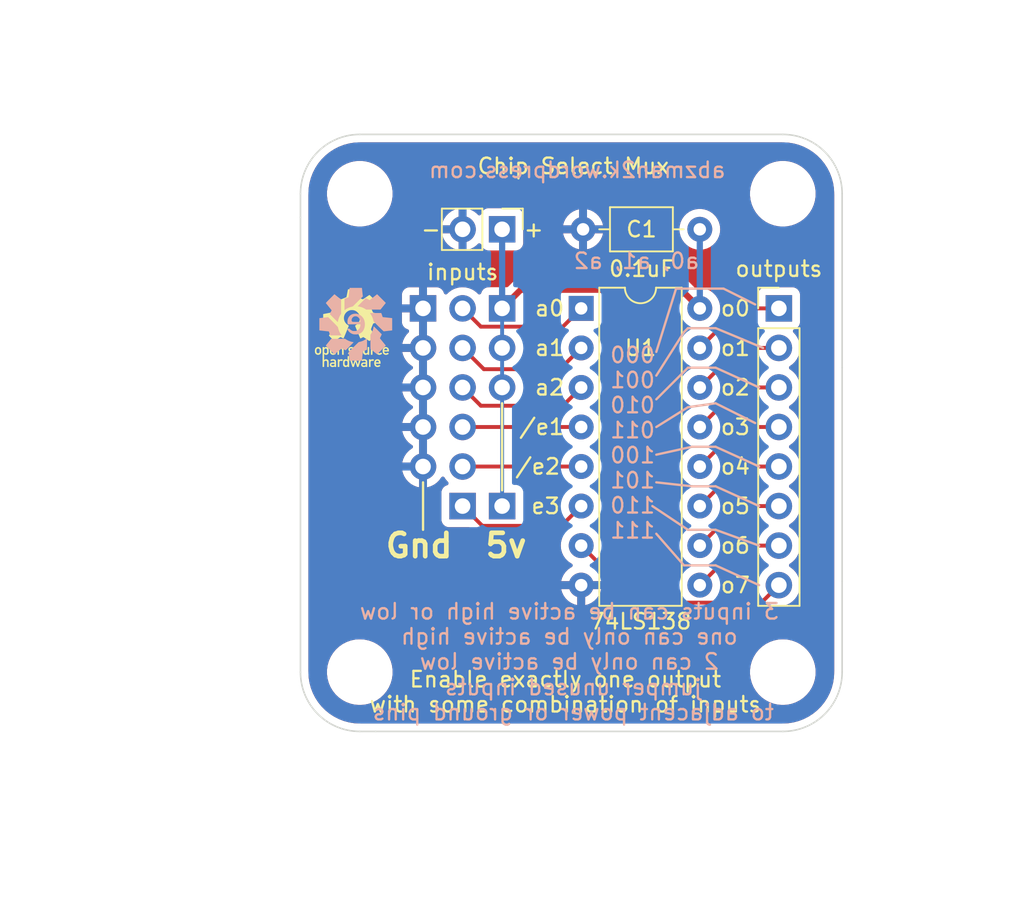
<source format=kicad_pcb>
(kicad_pcb (version 20211014) (generator pcbnew)
  (layers (0 "F.Cu" signal) (31 "B.Cu" signal) (34 "B.Paste" user) (35 "F.Paste" user) (36 "B.SilkS" user "B.Silkscreen") (37 "F.SilkS" user "F.Silkscreen") (38 "B.Mask" user) (39 "F.Mask" user) (44 "Edge.Cuts" user))
  (net 0 "")
  (net 1 "+5V")
  (net 2 "GND")
  (net 3 "Net-(J4-Pad1)")
  (net 4 "Net-(J4-Pad2)")
  (net 5 "Net-(J4-Pad3)")
  (net 6 "Net-(J4-Pad4)")
  (net 7 "Net-(J4-Pad5)")
  (net 8 "Net-(J4-Pad6)")
  (net 9 "Net-(J5-Pad1)")
  (net 10 "Net-(J5-Pad2)")
  (net 11 "Net-(J5-Pad3)")
  (net 12 "Net-(J5-Pad4)")
  (net 13 "Net-(J5-Pad5)")
  (net 14 "Net-(J5-Pad6)")
  (net 15 "Net-(J5-Pad7)")
  (net 16 "Net-(J5-Pad8)")
  (footprint "Connector_PinHeader_2.54mm:PinHeader_1x05_P2.54mm_Vertical" (layer "F.Cu") (at 127 81.28)
    (fp_text reference "J1" hide)
    (fp_text value "gnd bus")
    (pad "1" thru_hole rect (at 0 0) (size 1.7 1.7) (drill 1) (layers *.Cu *.Mask) (net 2 "GND"))
    (pad "2" thru_hole oval (at 0 2.54) (size 1.7 1.7) (drill 1) (layers *.Cu *.Mask) (net 2 "GND"))
    (pad "3" thru_hole oval (at 0 5.08) (size 1.7 1.7) (drill 1) (layers *.Cu *.Mask) (net 2 "GND"))
    (pad "4" thru_hole oval (at 0 7.62) (size 1.7 1.7) (drill 1) (layers *.Cu *.Mask) (net 2 "GND"))
    (pad "5" thru_hole oval (at 0 10.16) (size 1.7 1.7) (drill 1) (layers *.Cu *.Mask) (net 2 "GND"))
  )
  (footprint "Connector_PinHeader_2.54mm:PinHeader_1x03_P2.54mm_Vertical" (layer "F.Cu") (at 132.08 81.28)
    (fp_text reference "J2" hide)
    (fp_text value "5v bus 1")
    (pad "1" thru_hole rect (at 0 0) (size 1.7 1.7) (drill 1) (layers *.Cu *.Mask) (net 1 "+5V"))
    (pad "2" thru_hole oval (at 0 2.54) (size 1.7 1.7) (drill 1) (layers *.Cu *.Mask) (net 1 "+5V"))
    (pad "3" thru_hole oval (at 0 5.08) (size 1.7 1.7) (drill 1) (layers *.Cu *.Mask) (net 1 "+5V"))
  )
  (footprint "MountingHole:MountingHole_3.2mm_M3" (layer "F.Cu") (at 150.114 73.914)
    (fp_text reference "REF**" hide)
    (fp_text value "MountingHole_3.2mm_M3")
    (pad "" np_thru_hole circle locked (at 0 0) (size 3.2 3.2) (drill 3.2) (layers *.Cu *.Mask))
  )
  (footprint "Connector_PinHeader_2.54mm:PinHeader_1x06_P2.54mm_Vertical" (layer "F.Cu") (at 129.54 93.98 180)
    (fp_text reference "J4" hide)
    (fp_text value "inputs" (at 0 15.03) (layer "F.SilkS"))
    (pad "1" thru_hole rect (at 0 0 180) (size 1.7 1.7) (drill 1) (layers *.Cu *.Mask) (net 3 "Net-(J4-Pad1)"))
    (pad "2" thru_hole oval (at 0 2.54 180) (size 1.7 1.7) (drill 1) (layers *.Cu *.Mask) (net 4 "Net-(J4-Pad2)"))
    (pad "3" thru_hole oval (at 0 5.08 180) (size 1.7 1.7) (drill 1) (layers *.Cu *.Mask) (net 5 "Net-(J4-Pad3)"))
    (pad "4" thru_hole oval (at 0 7.62 180) (size 1.7 1.7) (drill 1) (layers *.Cu *.Mask) (net 6 "Net-(J4-Pad4)"))
    (pad "5" thru_hole oval (at 0 10.16 180) (size 1.7 1.7) (drill 1) (layers *.Cu *.Mask) (net 7 "Net-(J4-Pad5)"))
    (pad "6" thru_hole oval (at 0 12.7 180) (size 1.7 1.7) (drill 1) (layers *.Cu *.Mask) (net 8 "Net-(J4-Pad6)"))
  )
  (footprint "Evan's misc parts:OSHW gear" (layer "F.Cu") (at 122.428 82.55)
    (fp_text reference "G***" hide)
    (fp_text value "LOGO" hide)
  )
  (footprint "Connector_PinHeader_2.54mm:PinHeader_1x01_P2.54mm_Vertical" (layer "F.Cu") (at 132.08 93.98)
    (fp_text reference "J3" hide)
    (fp_text value "5v bus 2")
    (pad "1" thru_hole rect (at 0 0) (size 1.7 1.7) (drill 1) (layers *.Cu *.Mask) (net 1 "+5V"))
  )
  (footprint "Package_DIP:DIP-16_W7.62mm" (layer "F.Cu") (at 137.16 81.28)
    (fp_text reference "U1" (at 3.81 2.54) (layer "F.SilkS"))
    (fp_text value "74LS138" (at 3.81 20.11) (layer "F.SilkS"))
    (pad "1" thru_hole rect locked (at 0 0) (size 1.6 1.6) (drill 0.8) (layers *.Cu *.Mask) (net 8 "Net-(J4-Pad6)"))
    (pad "2" thru_hole oval locked (at 0 2.54) (size 1.6 1.6) (drill 0.8) (layers *.Cu *.Mask) (net 7 "Net-(J4-Pad5)"))
    (pad "3" thru_hole oval locked (at 0 5.08) (size 1.6 1.6) (drill 0.8) (layers *.Cu *.Mask) (net 6 "Net-(J4-Pad4)"))
    (pad "4" thru_hole oval locked (at 0 7.62) (size 1.6 1.6) (drill 0.8) (layers *.Cu *.Mask) (net 5 "Net-(J4-Pad3)"))
    (pad "5" thru_hole oval locked (at 0 10.16) (size 1.6 1.6) (drill 0.8) (layers *.Cu *.Mask) (net 4 "Net-(J4-Pad2)"))
    (pad "6" thru_hole oval locked (at 0 12.7) (size 1.6 1.6) (drill 0.8) (layers *.Cu *.Mask) (net 3 "Net-(J4-Pad1)"))
    (pad "7" thru_hole oval locked (at 0 15.24) (size 1.6 1.6) (drill 0.8) (layers *.Cu *.Mask) (net 16 "Net-(J5-Pad8)"))
    (pad "8" thru_hole oval locked (at 0 17.78) (size 1.6 1.6) (drill 0.8) (layers *.Cu *.Mask) (net 2 "GND"))
    (pad "9" thru_hole oval locked (at 7.62 17.78) (size 1.6 1.6) (drill 0.8) (layers *.Cu *.Mask) (net 15 "Net-(J5-Pad7)"))
    (pad "10" thru_hole oval locked (at 7.62 15.24) (size 1.6 1.6) (drill 0.8) (layers *.Cu *.Mask) (net 14 "Net-(J5-Pad6)"))
    (pad "11" thru_hole oval locked (at 7.62 12.7) (size 1.6 1.6) (drill 0.8) (layers *.Cu *.Mask) (net 13 "Net-(J5-Pad5)"))
    (pad "12" thru_hole oval locked (at 7.62 10.16) (size 1.6 1.6) (drill 0.8) (layers *.Cu *.Mask) (net 12 "Net-(J5-Pad4)"))
    (pad "13" thru_hole oval locked (at 7.62 7.62) (size 1.6 1.6) (drill 0.8) (layers *.Cu *.Mask) (net 11 "Net-(J5-Pad3)"))
    (pad "14" thru_hole oval locked (at 7.62 5.08) (size 1.6 1.6) (drill 0.8) (layers *.Cu *.Mask) (net 10 "Net-(J5-Pad2)"))
    (pad "15" thru_hole oval locked (at 7.62 2.54) (size 1.6 1.6) (drill 0.8) (layers *.Cu *.Mask) (net 9 "Net-(J5-Pad1)"))
    (pad "16" thru_hole oval locked (at 7.62 0) (size 1.6 1.6) (drill 0.8) (layers *.Cu *.Mask) (net 1 "+5V"))
  )
  (footprint "Capacitor_THT:C_Axial_L3.8mm_D2.6mm_P7.50mm_Horizontal" (layer "F.Cu") (at 144.78 76.2 180)
    (fp_text reference "C1" (at 3.75 0) (layer "F.SilkS"))
    (fp_text value "0.1uF" (at 3.75 -2.54) (layer "F.SilkS"))
    (pad "1" thru_hole circle locked (at 0 0 180) (size 1.6 1.6) (drill 0.8) (layers *.Cu *.Mask) (net 1 "+5V"))
    (pad "2" thru_hole oval locked (at 7.5 0 180) (size 1.6 1.6) (drill 0.8) (layers *.Cu *.Mask) (net 2 "GND"))
  )
  (footprint "MountingHole:MountingHole_3.2mm_M3" (layer "F.Cu") (at 122.936 73.914)
    (fp_text reference "REF**" hide)
    (fp_text value "MountingHole_3.2mm_M3")
    (pad "" np_thru_hole circle locked (at 0 0) (size 3.2 3.2) (drill 3.2) (layers *.Cu *.Mask))
  )
  (footprint "Connector_PinHeader_2.54mm:PinHeader_1x02_P2.54mm_Vertical" (layer "F.Cu") (at 132.08 76.2 -90)
    (fp_text reference "J6" hide)
    (fp_text value "power in")
    (pad "1" thru_hole rect locked (at 0 0 270) (size 1.7 1.7) (drill 1) (layers *.Cu *.Mask) (net 1 "+5V"))
    (pad "2" thru_hole oval locked (at 0 2.54 270) (size 1.7 1.7) (drill 1) (layers *.Cu *.Mask) (net 2 "GND"))
  )
  (footprint "Connector_PinHeader_2.54mm:PinHeader_1x08_P2.54mm_Vertical" (layer "F.Cu") (at 149.86 81.28)
    (fp_text reference "J5" hide)
    (fp_text value "outputs" (at 0 -2.54) (layer "F.SilkS"))
    (pad "1" thru_hole rect locked (at 0 0) (size 1.7 1.7) (drill 1) (layers *.Cu *.Mask) (net 9 "Net-(J5-Pad1)"))
    (pad "2" thru_hole oval locked (at 0 2.54) (size 1.7 1.7) (drill 1) (layers *.Cu *.Mask) (net 10 "Net-(J5-Pad2)"))
    (pad "3" thru_hole oval locked (at 0 5.08) (size 1.7 1.7) (drill 1) (layers *.Cu *.Mask) (net 11 "Net-(J5-Pad3)"))
    (pad "4" thru_hole oval locked (at 0 7.62) (size 1.7 1.7) (drill 1) (layers *.Cu *.Mask) (net 12 "Net-(J5-Pad4)"))
    (pad "5" thru_hole oval locked (at 0 10.16) (size 1.7 1.7) (drill 1) (layers *.Cu *.Mask) (net 13 "Net-(J5-Pad5)"))
    (pad "6" thru_hole oval locked (at 0 12.7) (size 1.7 1.7) (drill 1) (layers *.Cu *.Mask) (net 14 "Net-(J5-Pad6)"))
    (pad "7" thru_hole oval locked (at 0 15.24) (size 1.7 1.7) (drill 1) (layers *.Cu *.Mask) (net 15 "Net-(J5-Pad7)"))
    (pad "8" thru_hole oval locked (at 0 17.78) (size 1.7 1.7) (drill 1) (layers *.Cu *.Mask) (net 16 "Net-(J5-Pad8)"))
  )
  (footprint "MountingHole:MountingHole_3.2mm_M3" (layer "F.Cu") (at 122.936 104.648)
    (fp_text reference "REF**" hide)
    (fp_text value "MountingHole_3.2mm_M3")
    (pad "" np_thru_hole circle locked (at 0 0) (size 3.2 3.2) (drill 3.2) (layers *.Cu *.Mask))
  )
  (footprint "MountingHole:MountingHole_3.2mm_M3" (layer "F.Cu") (at 150.114 104.648)
    (fp_text reference "REF**" hide)
    (fp_text value "MountingHole_3.2mm_M3")
    (pad "" np_thru_hole circle locked (at 0 0) (size 3.2 3.2) (drill 3.2) (layers *.Cu *.Mask))
  )
  (footprint "Evan's misc parts:Evan Logo" (layer "B.Cu") (at 122.682 82.296 180)
    (fp_text reference "G***" hide)
    (fp_text value "LOGO" hide)
  )
  (gr_line (start 144.018 82.55) (end 145.796 82.55) (layer "B.SilkS") (width 0.15))
  (gr_line (start 141.986 92.456) (end 144.272 92.71) (layer "B.SilkS") (width 0.15))
  (gr_line (start 145.796 90.17) (end 148.59 91.44) (layer "B.SilkS") (width 0.15))
  (gr_line (start 143.256 80.01) (end 146.304 80.01) (layer "B.SilkS") (width 0.15))
  (gr_line (start 143.764 82.804) (end 144.018 82.55) (layer "B.SilkS") (width 0.15))
  (gr_line (start 141.986 95.758) (end 143.764 97.79) (layer "B.SilkS") (width 0.15))
  (gr_line (start 145.796 92.71) (end 148.59 93.98) (layer "B.SilkS") (width 0.15))
  (gr_line (start 141.986 87.122) (end 144.018 85.09) (layer "B.SilkS") (width 0.15))
  (gr_line (start 141.986 90.678) (end 144.272 90.17) (layer "B.SilkS") (width 0.15))
  (gr_line (start 141.986 88.9) (end 144.018 87.63) (layer "B.SilkS") (width 0.15))
  (gr_line (start 145.796 85.09) (end 148.59 86.36) (layer "B.SilkS") (width 0.15))
  (gr_line (start 141.732 93.98) (end 144.018 95.504) (layer "B.SilkS") (width 0.15))
  (gr_line (start 143.764 97.79) (end 145.796 97.79) (layer "B.SilkS") (width 0.15))
  (gr_line (start 144.272 90.17) (end 145.796 90.17) (layer "B.SilkS") (width 0.15))
  (gr_line (start 146.304 80.01) (end 148.336 81.026) (layer "B.SilkS") (width 0.15))
  (gr_line (start 144.018 85.09) (end 145.796 85.09) (layer "B.SilkS") (width 0.15))
  (gr_line (start 141.986 84.074) (end 143.256 80.01) (layer "B.SilkS") (width 0.15))
  (gr_line (start 145.796 97.79) (end 148.59 99.06) (layer "B.SilkS") (width 0.15))
  (gr_line (start 145.796 95.504) (end 148.59 96.52) (layer "B.SilkS") (width 0.15))
  (gr_line (start 145.796 87.376) (end 148.336 88.646) (layer "B.SilkS") (width 0.15))
  (gr_line (start 144.018 87.63) (end 145.796 87.376) (layer "B.SilkS") (width 0.15))
  (gr_line (start 141.986 85.598) (end 143.764 82.804) (layer "B.SilkS") (width 0.15))
  (gr_line (start 144.018 95.504) (end 145.796 95.504) (layer "B.SilkS") (width 0.15))
  (gr_line (start 144.272 92.71) (end 145.796 92.71) (layer "B.SilkS") (width 0.15))
  (gr_line (start 145.796 82.55) (end 148.844 83.82) (layer "B.SilkS") (width 0.15))
  (gr_line (start 127 92.456) (end 127 95.504) (layer "F.SilkS") (width 0.15))
  (gr_line (start 132.08 87.376) (end 132.08 92.964) (layer "F.SilkS") (width 0.15))
  (gr_arc (start 153.924 104.648) (mid 152.808077 107.342077) (end 150.114 108.458) (layer "Edge.Cuts") (width 0.1))
  (gr_arc (start 122.936 108.458) (mid 120.241923 107.342077) (end 119.126 104.648) (layer "Edge.Cuts") (width 0.1))
  (gr_line (start 123.952 108.458) (end 122.936 108.458) (layer "Edge.Cuts") (width 0.1))
  (gr_line (start 119.126 104.648) (end 119.126 75.438) (layer "Edge.Cuts") (width 0.1))
  (gr_arc (start 119.126 73.914) (mid 120.241923 71.219923) (end 122.936 70.104) (layer "Edge.Cuts") (width 0.1))
  (gr_line (start 150.114 108.458) (end 123.952 108.458) (layer "Edge.Cuts") (width 0.1))
  (gr_line (start 153.924 85.09) (end 153.924 98.806) (layer "Edge.Cuts") (width 0.1))
  (gr_line (start 153.924 73.914) (end 153.924 85.09) (layer "Edge.Cuts") (width 0.1))
  (gr_line (start 153.924 98.806) (end 153.924 104.648) (layer "Edge.Cuts") (width 0.1))
  (gr_line (start 122.936 70.104) (end 150.114 70.104) (layer "Edge.Cuts") (width 0.1))
  (gr_line (start 119.126 75.438) (end 119.126 73.914) (layer "Edge.Cuts") (width 0.1))
  (gr_arc (start 150.114 70.104) (mid 152.808077 71.219923) (end 153.924 73.914) (layer "Edge.Cuts") (width 0.1))
  (gr_text "000\n001\n010\n011\n100\n101\n110\n111" (at 140.462 89.916) (layer "B.SilkS") (effects (font (size 1 1)) (justify mirror)))
  (gr_text "abzman2k.wordpress.com" (at 136.906 72.39) (layer "B.SilkS") (effects (font (size 1 1)) (justify mirror)))
  (gr_text "jumper unused inputs\nto adjacent power or ground pins" (at 136.652 106.426) (layer "B.SilkS") (effects (font (size 1 1)) (justify mirror)))
  (gr_text "3 inputs can be active high or low\none can only be active high\n2 can only be active low" (at 136.398 102.362) (layer "B.SilkS") (effects (font (size 1 1)) (justify mirror)))
  (gr_text "a0, a1, a2" (at 140.716 78.232) (layer "B.SilkS") (effects (font (size 1 1)) (justify mirror)))
  (gr_text "a1" (at 135.128 83.82) (layer "F.SilkS") (effects (font (size 1 1))))
  (gr_text "o1" (at 147.066 83.82) (layer "F.SilkS") (effects (font (size 1 1))))
  (gr_text "a2" (at 135.128 86.36) (layer "F.SilkS") (effects (font (size 1 1))))
  (gr_text "o2" (at 147.066 86.36) (layer "F.SilkS") (effects (font (size 1 1))))
  (gr_text "o5" (at 147.066 93.98) (layer "F.SilkS") (effects (font (size 1 1))))
  (gr_text "5v" (at 132.334 96.52) (layer "F.SilkS") (effects (font (size 1.5 1.5) (thickness 0.3))))
  (gr_text "o4" (at 147.066 91.44) (layer "F.SilkS") (effects (font (size 1 1))))
  (gr_text "o6" (at 147.066 96.52) (layer "F.SilkS") (effects (font (size 1 1))))
  (gr_text "Enable exactly one output\nwith some combination of inputs" (at 136.144 105.918) (layer "F.SilkS") (effects (font (size 1 1))))
  (gr_text "o7" (at 147.066 99.06) (layer "F.SilkS") (effects (font (size 1 1))))
  (gr_text "/e2" (at 134.366 91.44) (layer "F.SilkS") (effects (font (size 1 1))))
  (gr_text "-" (at 127.508 76.2) (layer "F.SilkS") (effects (font (size 1 1))))
  (gr_text "o0" (at 147.066 81.28) (layer "F.SilkS") (effects (font (size 1 1))))
  (gr_text "/e1" (at 134.62 88.9) (layer "F.SilkS") (effects (font (size 1 1))))
  (gr_text "o3" (at 147.066 88.9) (layer "F.SilkS") (effects (font (size 1 1))))
  (gr_text "Chip Select Mux" (at 136.652 72.136) (layer "F.SilkS") (effects (font (size 1 1))))
  (gr_text "Gnd" (at 126.746 96.52) (layer "F.SilkS") (effects (font (size 1.5 1.5) (thickness 0.3))))
  (gr_text "a0" (at 135.128 81.28) (layer "F.SilkS") (effects (font (size 1 1))))
  (gr_text "e3" (at 134.874 93.98) (layer "F.SilkS") (effects (font (size 1 1))))
  (gr_text "+" (at 134.112 76.2) (layer "F.SilkS") (effects (font (size 1 1))))
  (segment (start 133.279511 80.080489) (end 143.580489 80.080489) (width 0.4) (layer "F.Cu") (net 1))
  (segment (start 143.580489 80.080489) (end 144.78 81.28) (width 0.4) (layer "F.Cu") (net 1))
  (segment (start 132.08 81.28) (end 133.279511 80.080489) (width 0.4) (layer "F.Cu") (net 1))
  (segment (start 132.08 76.2) (end 132.08 81.28) (width 0.4) (layer "B.Cu") (net 1))
  (segment (start 132.08 93.98) (end 132.08 81.28) (width 0.25) (layer "B.Cu") (net 1))
  (segment (start 144.78 76.2) (end 144.78 81.28) (width 0.4) (layer "B.Cu") (net 1))
  (segment (start 135.89 95.25) (end 130.81 95.25) (width 0.25) (layer "F.Cu") (net 3))
  (segment (start 137.16 93.98) (end 135.89 95.25) (width 0.25) (layer "F.Cu") (net 3))
  (segment (start 130.81 95.25) (end 129.54 93.98) (width 0.25) (layer "F.Cu") (net 3))
  (segment (start 137.16 91.44) (end 129.54 91.44) (width 0.25) (layer "F.Cu") (net 4))
  (segment (start 137.16 88.9) (end 129.54 88.9) (width 0.25) (layer "F.Cu") (net 5))
  (segment (start 130.714511 87.534511) (end 129.54 86.36) (width 0.25) (layer "F.Cu") (net 6))
  (segment (start 135.985489 87.534511) (end 137.16 86.36) (width 0.25) (layer "F.Cu") (net 6))
  (segment (start 135.985489 87.534511) (end 130.714511 87.534511) (width 0.25) (layer "F.Cu") (net 6))
  (segment (start 130.905489 85.185489) (end 129.54 83.82) (width 0.25) (layer "F.Cu") (net 7))
  (segment (start 135.794511 85.185489) (end 137.16 83.82) (width 0.25) (layer "F.Cu") (net 7))
  (segment (start 135.794511 85.185489) (end 130.905489 85.185489) (width 0.25) (layer "F.Cu") (net 7))
  (segment (start 135.985489 82.454511) (end 130.714511 82.454511) (width 0.25) (layer "F.Cu") (net 8))
  (segment (start 130.714511 82.454511) (end 129.54 81.28) (width 0.25) (layer "F.Cu") (net 8))
  (segment (start 135.985489 82.454511) (end 137.16 81.28) (width 0.25) (layer "F.Cu") (net 8))
  (segment (start 149.86 81.28) (end 147.32 81.28) (width 0.25) (layer "F.Cu") (net 9))
  (segment (start 147.32 81.28) (end 144.78 83.82) (width 0.25) (layer "F.Cu") (net 9))
  (segment (start 147.32 83.82) (end 144.78 86.36) (width 0.25) (layer "F.Cu") (net 10))
  (segment (start 149.86 83.82) (end 147.32 83.82) (width 0.25) (layer "F.Cu") (net 10))
  (segment (start 147.32 86.36) (end 144.78 88.9) (width 0.25) (layer "F.Cu") (net 11))
  (segment (start 149.86 86.36) (end 147.32 86.36) (width 0.25) (layer "F.Cu") (net 11))
  (segment (start 147.32 88.9) (end 144.78 91.44) (width 0.25) (layer "F.Cu") (net 12))
  (segment (start 149.86 88.9) (end 147.32 88.9) (width 0.25) (layer "F.Cu") (net 12))
  (segment (start 149.86 91.44) (end 147.32 91.44) (width 0.25) (layer "F.Cu") (net 13))
  (segment (start 147.32 91.44) (end 144.78 93.98) (width 0.25) (layer "F.Cu") (net 13))
  (segment (start 149.86 93.98) (end 147.32 93.98) (width 0.25) (layer "F.Cu") (net 14))
  (segment (start 147.32 93.98) (end 144.78 96.52) (width 0.25) (layer "F.Cu") (net 14))
  (segment (start 147.32 96.52) (end 144.78 99.06) (width 0.25) (layer "F.Cu") (net 15))
  (segment (start 149.86 96.52) (end 147.32 96.52) (width 0.25) (layer "F.Cu") (net 15))
  (segment (start 149.86 99.06) (end 148.735489 100.184511) (width 0.25) (layer "F.Cu") (net 16))
  (segment (start 148.735489 100.184511) (end 140.824511 100.184511) (width 0.25) (layer "F.Cu") (net 16))
  (segment (start 140.824511 100.184511) (end 137.16 96.52) (width 0.25) (layer "F.Cu") (net 16))
  (zone (net 2) (net_name "GND") (layers F&B.Cu) (connect_pads (clearance 0.508)) (min_thickness 0.254) (fill yes (thermal_gap 0.508) (thermal_bridge_width 0.508))
    (polygon (pts (xy 165.608 62.738) (xy 164.846 117.856) (xy 99.822 120.65) (xy 102.362 61.468)))
  )
)
</source>
